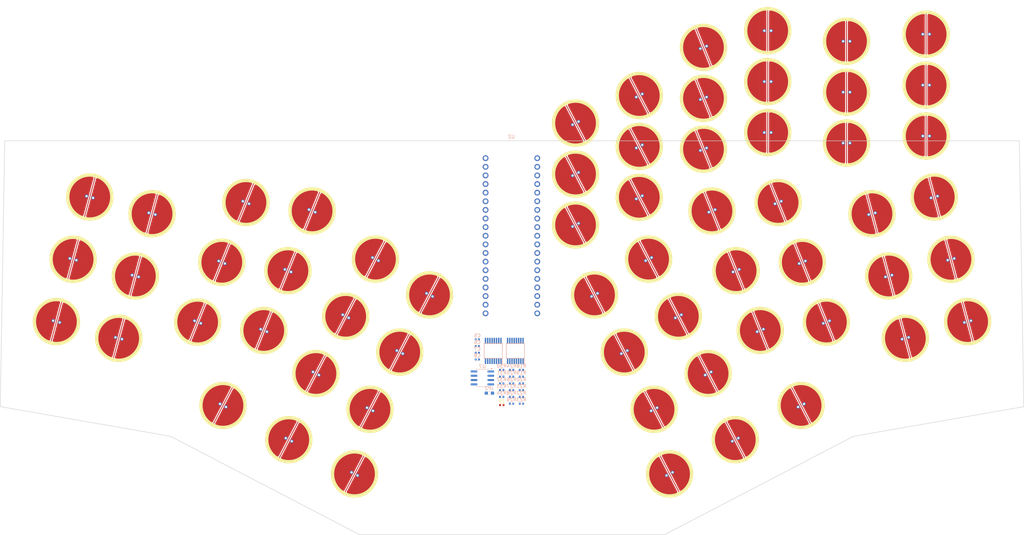
<source format=kicad_pcb>
(kicad_pcb (version 20240108) (generator "pcbnew") (generator_version "8.0")
  (title_block (title "toprebox_prototype") (rev "v1.0.0") (company "Unknown"))
  (layers (0 "F.Cu" signal) (31 "B.Cu" signal) (34 "B.Paste" user) (35 "F.Paste" user) (36 "B.SilkS" user "B.Silkscreen") (37 "F.SilkS" user "F.Silkscreen") (38 "B.Mask" user) (39 "F.Mask" user) (44 "Edge.Cuts" user))
  (net 0 "")
  (net 1 "outerpinky_bottom")
  (net 2 "outerpinky_home")
  (net 3 "outerpinky_top")
  (net 4 "pinky_bottom")
  (net 5 "pinky_home")
  (net 6 "pinky_top")
  (net 7 "ring_bottom")
  (net 8 "ring_home")
  (net 9 "ring_top")
  (net 10 "middle_bottom")
  (net 11 "middle_home")
  (net 12 "middle_top")
  (net 13 "index_bottom")
  (net 14 "index_home")
  (net 15 "index_top")
  (net 16 "inner_bottom")
  (net 17 "inner_home")
  (net 18 "inner_top")
  (net 19 "Net-(U6-A4)")
  (net 20 "Net-(SW_EC12-Pad1)")
  (net 21 "Net-(SW_EC34-Pad2)")
  (net 22 "GND")
  (net 23 "+3V3")
  (net 24 "APLEX_OUT_PIN_0")
  (net 25 "Net-(JP2-B)")
  (net 26 "ADC")
  (net 27 "Net-(U5-A0)")
  (net 28 "Net-(U5-A1)")
  (net 29 "Net-(U5-A2)")
  (net 30 "Net-(U5-A3)")
  (net 31 "Net-(U6-A0)")
  (net 32 "Net-(U5-A4)")
  (net 33 "Net-(U6-A1)")
  (net 34 "Net-(U5-A5)")
  (net 35 "Net-(U6-A2)")
  (net 36 "Net-(U5-A6)")
  (net 37 "Net-(U6-A3)")
  (net 38 "Net-(U5-A7)")
  (net 39 "Net-(U6-A5)")
  (net 40 "Net-(U6-A6)")
  (net 41 "Net-(U6-A7)")
  (net 42 "Net-(SW_EC1-Pad1)")
  (net 43 "Net-(SW_EC1-Pad2)")
  (net 44 "Net-(SW_EC11-Pad1)")
  (net 45 "Net-(SW_EC37-Pad2)")
  (net 46 "Net-(SW_EC4-Pad2)")
  (net 47 "Net-(SW_EC7-Pad2)")
  (net 48 "Net-(SW_EC10-Pad2)")
  (net 49 "Net-(SW_EC13-Pad2)")
  (net 50 "Net-(SW_EC16-Pad2)")
  (net 51 "Net-(SW_EC19-Pad1)")
  (net 52 "Net-(SW_EC22-Pad2)")
  (net 53 "Net-(SW_EC25-Pad2)")
  (net 54 "Net-(SW_EC28-Pad2)")
  (net 55 "Net-(SW_EC31-Pad2)")
  (net 94 "AMUX_SEL_1")
  (net 95 "AMUX_SEL_0")
  (net 96 "AMUX_SEL_2")
  (net 97 "APLEX_EN_PIN_0")
  (net 98 "APLEX_EN_PIN_1")
  (footprint "Resistor_SMD:R_0402_1005Metric" (layer "F.Cu") (at 131.2525 24.60625)
    (property "Reference" "R1")
    (property "Value" "100k")
  )
  (footprint "footprints:Topre" (layer "B.Cu") (at 171.77 -51.62 -152.5)
    (property "Reference" "SW_EC26" (hide yes))
    (property "Value" "Topre" (hide yes))
  )
  (footprint "footprints:Topre" (layer "B.Cu") (at 190.69 -65.8 -158)
    (property "Reference" "SW_EC29" (hide yes))
    (property "Value" "Topre" (hide yes))
  )
  (footprint "footprints:Topre" (layer "B.Cu") (at 152.99 -58.48 -152.5)
    (property "Reference" "SW_EC22" (hide yes))
    (property "Value" "Topre" (hide yes))
  )
  (footprint "footprints:Topre" (layer "B.Cu") (at 76.481933 15.300221 152.5)
    (property "Reference" "SW_EC15" (hide yes))
    (property "Value" "Topre" (hide yes))
  )
  (footprint "Resistor_SMD:R_0402_1005Metric" (layer "B.Cu") (at 137.04131 20.21166 180)
    (property "Reference" "R21")
    (property "Value" "100k")
  )
  (footprint "footprints:Topre" (layer "B.Cu") (at 49.089346 24.715564 152.5)
    (property "Reference" "SW_EC19" (hide yes))
    (property "Value" "Topre" (hide yes))
  )
  (footprint "footprints:Topre" (layer "B.Cu") (at 212.684802 -35.095 -158)
    (property "Reference" "S9" (hide yes))
    (property "Value" "" (hide yes))
  )
  (footprint "footprints:Topre" (layer "B.Cu") (at 28.187714 -31.78762 165)
    (property "Reference" "SW_EC4" (hide yes))
    (property "Value" "Topre" (hide yes))
  )
  (footprint "Package_SO:SOIC-8_3.9x4.9mm_P1.27mm" (layer "B.Cu") (at 125.54131 16.60166 180)
    (property "Reference" "U7")
    (property "Value" "OPA350")
  )
  (footprint "footprints:Topre" (layer "B.Cu") (at 171.77 -66.62 -152.5)
    (property "Reference" "SW_EC25" (hide yes))
    (property "Value" "Topre" (hide yes))
  )
  (footprint "footprints:Topre" (layer "B.Cu") (at 0 0 165)
    (property "Reference" "SW_EC3" (hide yes))
    (property "Value" "Topre" (hide yes))
  )
  (footprint "footprints:Topre" (layer "B.Cu") (at 193.195276 -32.613394 -158)
    (property "Reference" "S12" (hide yes))
    (property "Value" "" (hide yes))
  )
  (footprint "Resistor_SMD:R_0402_1005Metric" (layer "B.Cu") (at 137.04131 16.23166 180)
    (property "Reference" "R19")
    (property "Value" "100k")
  )
  (footprint "footprints:Topre" (layer "B.Cu") (at 232.85 -52.61 180)
    (property "Reference" "SW_EC35" (hide yes))
    (property "Value" "Topre" (hide yes))
  )
  (footprint "footprints:Topre" (layer "B.Cu") (at 258.708282 -36.705182 -165)
    (property "Reference" "S3" (hide yes))
    (property "Value" "" (hide yes))
  )
  (footprint "footprints:Topre" (layer "B.Cu") (at 256.31 -69.69 180)
    (property "Reference" "SW_EC41" (hide yes))
    (property "Value" "Topre" (hide yes))
  )
  (footprint "footprints:TSSOP16" (layer "B.Cu") (at 135.24 8.64 180)
    (property "Reference" "U5")
    (property "Value" "74HC4051")
  )
  (footprint "footprints:Topre" (layer "B.Cu") (at 87.85172 44.893978 152.5)
    (property "Reference" "SW_EC21" (hide yes))
    (property "Value" "Topre" (hide yes))
  )
  (footprint "footprints:Topre" (layer "B.Cu") (at 101.184865 8.994261 152.5)
    (property "Reference" "SW_EC17" (hide yes))
    (property "Value" "Topre" (hide yes))
  )
  (footprint "footprints:Topre" (layer "B.Cu") (at 68.470533 34.804771 152.5)
    (property "Reference" "SW_EC20" (hide yes))
    (property "Value" "Topre" (hide yes))
  )
  (footprint "Capacitor_SMD:C_0402_1005Metric" (layer "B.Cu") (at 124.04131 7.23166 180)
    (property "Reference" "C6")
    (property "Value" "100n")
  )
  (footprint "footprints:Topre" (layer "B.Cu") (at 176.131764 25.847467 -152.5)
    (property "Reference" "S16" (hide yes))
    (property "Value" "" (hide yes))
  )
  (footprint "footprints:Topre" (layer "B.Cu") (at 174.515025 -18.406191 -152.5)
    (property "Reference" "S15" (hide yes))
    (property "Value" "" (hide yes))
  )
  (footprint "Resistor_SMD:R_0402_1005Metric" (layer "B.Cu") (at 134.13131 18.22166 180)
    (property "Reference" "R26")
    (property "Value" "100k")
  )
  (footprint "footprints:Topre" (layer "B.Cu") (at 256.31 -84.69 180)
    (property "Reference" "SW_EC36" (hide yes))
    (property "Value" "Topre" (hide yes))
  )
  (footprint "Resistor_SMD:R_0402_1005Metric" (layer "B.Cu") (at 134.13131 22.20166 180)
    (property "Reference" "R28")
    (property "Value" "100k")
  )
  (footprint "footprints:Topre" (layer "B.Cu") (at 171.77 -36.62 -152.5)
    (property "Reference" "SW_EC27" (hide yes))
    (property "Value" "Topre" (hide yes))
  )
  (footprint "footprints:Topre" (layer "B.Cu") (at 23.270152 -13.435029 165)
    (property "Reference" "SW_EC5" (hide yes))
    (property "Value" "Topre" (hide yes))
  )
  (footprint "footprints:Topre" (layer "B.Cu") (at 209.62 -85.72 180)
    (property "Reference" "SW_EC31" (hide yes))
    (property "Value" "Topre" (hide yes))
  )
  (footprint "footprints:Topre" (layer "B.Cu") (at 158.585316 -7.858945 -152.5)
    (property "Reference" "S18" (hide yes))
    (property "Value" "" (hide yes))
  )
  (footprint "footprints:Topre" (layer "B.Cu") (at 207.430326 2.619593 -158)
    (property "Reference" "S10" (hide yes))
    (property "Value" "" (hide yes))
  )
  (footprint "Resistor_SMD:R_0402_1005Metric" (layer "B.Cu") (at 137.04131 14.24166 180)
    (property "Reference" "R18")
    (property "Value" "100k")
  )
  (footprint "footprints:Topre" (layer "B.Cu") (at 183.288249 -1.552985 -152.5)
    (property "Reference" "S14" (hide yes))
    (property "Value" "" (hide yes))
  )
  (footprint "footprints:Topre" (layer "B.Cu") (at 240.355691 -31.78762 -165)
    (property "Reference" "S6" (hide yes))
    (property "Value" "" (hide yes))
  )
  (footprint "footprints:Topre" (layer "B.Cu") (at 4.917562 -18.352591 165)
    (property "Reference" "SW_EC2" (hide yes))
    (property "Value" "Topre" (hide yes))
  )
  (footprint "Resistor_SMD:R_0402_1005Metric" (layer "B.Cu") (at 131.22131 16.23166 180)
    (property "Reference" "R31")
    (property "Value" "100k")
  )
  (footprint "footprints:Topre" (layer "B.Cu") (at 190.69 -80.8 -158)
    (property "Reference" "SW_EC28" (hide yes))
    (property "Value" "Topre" (hide yes))
  )
  (footprint "footprints:Topre" (layer "B.Cu") (at 268.543406 0 -165)
    (property "Reference" "S1" (hide yes))
    (property "Value" "" (hide yes))
  )
  (footprint "footprints:Topre" (layer "B.Cu") (at 200.072873 34.804771 -152.5)
    (property "Reference" "SW_EC39" (hide yes))
    (property "Value" "Topre" (hide yes))
  )
  (footprint "footprints:Topre" (layer "B.Cu") (at 167.35854 8.994261 -152.5)
    (property "Reference" "S17" (hide yes))
    (property "Value" "" (hide yes))
  )
  (footprint "footprints:Topre" (layer "B.Cu") (at 263.625844 -18.352591 -165)
    (property "Reference" "S2" (hide yes))
    (property "Value" "" (hide yes))
  )
  (footprint "Resistor_SMD:R_0603_1608Metric_Pad0.98x0.95mm_HandSolder" (layer "B.Cu") (at 127.59131 21.08166 180)
    (property "Reference" "JP2")
    (property "Value" "Ext_Res")
  )
  (footprint "footprints:Topre" (layer "B.Cu") (at 48.741078 -17.478507 158)
    (property "Reference" "SW_EC8" (hide yes))
    (property "Value" "Topre" (hide yes))
  )
  (footprint "footprints:Topre" (layer "B.Cu") (at 200.312801 -14.9969 -158)
    (property "Reference" "S11" (hide yes))
    (property "Value" "" (hide yes))
  )
  (footprint "footprints:Topre" (layer "B.Cu") (at 85.255157 -1.552985 152.5)
    (property "Reference" "SW_EC14" (hide yes))
    (property "Value" "Topre" (hide yes))
  )
  (footprint "footprints:Topre" (layer "B.Cu") (at 68.230605 -14.9969 158)
    (property "Reference" "SW_EC11" (hide yes))
    (property "Value" "Topre" (hide yes))
  )
  (footprint "footprints:Topre" (layer "B.Cu") (at 256.31 -54.69 180)
    (property "Reference" "SW_EC37" (hide yes))
    (property "Value" "Topre" (hide yes))
  )
  (footprint "footprints:Topre" (layer "B.Cu") (at 209.62 -55.72 180)
    (property "Reference" "SW_EC33" (hide yes))
    (property "Value" "Topre" (hide yes))
  )
  (footprint "footprints:Topre" (layer "B.Cu") (at 55.858604 -35.095 158)
    (property "Reference" "SW_EC7" (hide yes))
    (property "Value" "Topre" (hide yes))
  )
  (footprint "footprints:Topre" (layer "B.Cu") (at 61.11308 2.619593 158)
    (property "Reference" "SW_EC12" (hide yes))
    (property "Value" "Topre" (hide yes))
  )
  (footprint "footprints:Topre" (layer "B.Cu") (at 232.85 -82.61 180)
    (property "Reference" "SW_EC40" (hide yes))
    (property "Value" "Topre" (hide yes))
  )
  (footprint "Resistor_SMD:R_0402_1005Metric" (layer "B.Cu") (at 134.13131 24.19166 180)
    (property "Reference" "R29")
    (property "Value" "100k")
  )
  (footprint "footprints:Topre" (layer "B.Cu") (at 18.35259 4.917562 165)
    (property "Reference" "SW_EC6" (hide yes))
    (property "Value" "Topre" (hide yes))
  )
  (footprint "Resistor_SMD:R_0402_1005Metric" (layer "B.Cu") (at 134.13131 14.24166 180)
    (property "Reference" "R24")
    (property "Value" "100k")
  )
  (footprint "footprints:Topre" (layer "B.Cu") (at 245.273253 -13.435029 -165)
    (property "Reference" "S5" (hide yes))
    (property "Value" "" (hide yes))
  )
  (footprint "footprints:Topre" (layer "B.Cu") (at 75.34813 -32.613394 158)
    (property "Reference" "SW_EC10" (hide yes))
    (property "Value" "Topre" (hide yes))
  )
  (footprint "footprints:Topre" (layer "B.Cu") (at 92.411642 25.847467 152.5)
    (property "Reference" "SW_EC18" (hide yes))
    (property "Value" "Topre" (hide yes))
  )
  (footprint "footprints:TSSOP16" (layer "B.Cu") (at 128.7286 8.64 180)
    (property "Reference" "U6")
    (property "Value" "74HC4051")
  )
  (footprint "footprints:Topre" (layer "B.Cu") (at 219.802327 -17.478507 -158)
    (property "Reference" "S8" (hide yes))
    (property "Value" "" (hide yes))
  )
  (footprint "footprints:Topre" (layer "B.Cu") (at 226.919852 0.137987 -158)
    (property "Reference" "S7" (hide yes))
    (property "Value" "" (hide yes))
  )
  (footprint "Resistor_SMD:R_0402_1005Metric" (layer "B.Cu") (at 131.22131 20.21166 180)
    (property "Reference" "R33")
    (property "Value" "1k")
  )
  (footprint "Capacitor_SMD:C_0402_1005Metric" (layer "B.Cu") (at 124.04131 11.17166 180)
    (property "Reference" "C8")
    (property "Value" "100n")
  )
  (footprint "footprints:Topre" (layer "B.Cu") (at 9.835123 -36.705182 165)
    (property "Reference" "SW_EC1" (hide yes))
    (property "Value" "Topre" (hide yes))
  )
  (footprint "footprints:Topre" (layer "B.Cu") (at 94.028381 -18.406191 152.5)
    (property "Reference" "SW_EC13" (hide yes))
    (property "Value" "Topre" (hide yes))
  )
  (footprint "footprints:Topre" (layer "B.Cu") (at 152.99 -28.48 -152.5)
    (property "Reference" "SW_EC24" (hide yes))
    (property "Value" "Topre" (hide yes))
  )
  (footprint "Resistor_SMD:R_0402_1005Metric" (layer "B.Cu") (at 131.22131 22.20166 180)
    (property "Reference" "R34")
    (property "Value" "100k")
  )
  (footprint "footprints:Topre" (layer "B.Cu") (at 209.62 -70.72 180)
    (property "Reference" "SW_EC32" (hide yes))
    (property "Value" "Topre" (hide yes))
  )
  (footprint "footprints:Topre" (layer "B.Cu") (at 109.958089 -7.858945 152.5)
    (property "Reference" "SW_EC16" (hide yes))
    (property "Value" "Topre" (hide yes))
  )
  (footprint "footprints:Topre" (layer "B.Cu") (at 250.190815 4.917562 -165)
    (property "Reference" "S4" (hide yes))
    (property "Value" "" (hide yes))
  )
  (footprint "Resistor_SMD:R_0402_1005Metric" (layer "B.Cu") (at 134.13131 16.23166 180)
    (property "Reference" "R25")
    (property "Value" "100k")
  )
  (footprint "Resistor_SMD:R_0402_1005Metric" (layer "B.Cu") (at 131.22131 18.22166 180)
    (property "Reference" "R32")
    (property "Value" "100k")
  )
  (footprint "Resistor_SMD:R_0402_1005Metric" (layer "B.Cu") (at 134.13131 20.21166 180)
    (property "Reference" "R27")
    (property "Value" "100k")
  )
  (footprint "footprints:Topre" (layer "B.Cu") (at 152.99 -43.48 -152.5)
    (property "Reference" "SW_EC23" (hide yes))
    (property "Value" "Topre" (hide yes))
  )
  (footprint "Resistor_SMD:R_0402_1005Metric" (layer "B.Cu") (at 137.04131 18.22166 180)
    (property "Reference" "R20")
    (property "Value" "100k")
  )
  (footprint "Capacitor_SMD:C_0402_1005Metric" (layer "B.Cu") (at 124.04131 5.26166 180)
    (property "Reference" "C5")
    (property "Value" "100n")
  )
  (footprint "Resistor_SMD:R_0402_1005Metric" (layer "B.Cu") (at 137.04131 22.20166 180)
    (property "Reference" "R22")
    (property "Value" "100k")
  )
  (footprint "footprints:Topre" (layer "B.Cu") (at 219.454059 24.715564 -152.5)
    (property "Reference" "SW_EC42" (hide yes))
    (property "Value" "Topre" (hide yes))
  )
  (footprint "footprints:Topre" (layer "B.Cu") (at 190.69 -50.8 -158)
    (property "Reference" "SW_EC30" (hide yes))
    (property "Value" "Topre" (hide yes))
  )
  (footprint "footprints:Topre" (layer "B.Cu") (at 180.691686 44.893978 -152.5)
    (property "Reference" "SW_EC38" (hide yes))
    (property "Value" "Topre" (hide yes))
  )
  (footprint "Capacitor_SMD:C_0402_1005Metric" (layer "B.Cu") (at 124.04131 9.20166 180)
    (property "Reference" "C7")
    (property "Value" "220p")
  )
  (footprint "Resistor_SMD:R_0402_1005Metric" (layer "B.Cu") (at 131.22131 14.24166 180)
    (property "Reference" "R30")
    (property "Value" "100k")
  )
  (footprint "footprints:Topre" (layer "B.Cu") (at 232.85 -67.61 180)
    (property "Reference" "SW_EC34" (hide yes))
    (property "Value" "Topre" (hide yes))
  )
  (footprint "footprints:Topre" (layer "B.Cu") (at 41.623553 0.137987 158)
    (property "Reference" "SW_EC9" (hide yes))
    (property "Value" "Topre" (hide yes))
  )
  (footprint "footprints:WeAct_BlackPill_without_SWD_First_Row" (layer "B.Cu") (at 141.71 -50.69 180)
    (property "Reference" "U2")
    (property "Value" "BlackPill_STLINK" (hide yes))
  )
  (footprint "footprints:Topre" (layer "B.Cu") (at 192.061472 15.300221 -152.5)
    (property "Reference" "S13" (hide yes))
    (property "Value" "" (hide yes))
  )
  (footprint "Resistor_SMD:R_0402_1005Metric" (layer "B.Cu") (at 137.04131 24.19166 180)
    (property "Reference" "R23")
    (property "Value" "100k")
  )
  (gr_line (start 179.283662 62.763155) (end 89.259744 62.763155) (stroke (width 0.15)) (layer "Edge.Cuts"))
  (gr_line (start -16.552638 25.070105) (end -15.234981 -53.25782) (stroke (width 0.15)) (layer "Edge.Cuts"))
  (gr_line (start 234.899242 33.811517) (end 179.283662 62.763155) (stroke (width 0.15)) (layer "Edge.Cuts"))
  (gr_line (start 33.644165 33.811517) (end -16.552638 25.070105) (stroke (width 0.15)) (layer "Edge.Cuts"))
  (gr_line (start 89.259744 62.763155) (end 33.644165 33.811517) (stroke (width 0.15)) (layer "Edge.Cuts"))
  (gr_line (start 285.096045 25.070105) (end 234.899242 33.811517) (stroke (width 0.15)) (layer "Edge.Cuts"))
  (gr_line (start -15.234981 -53.25782) (end 283.778388 -53.25782) (stroke (width 0.15)) (layer "Edge.Cuts"))
  (gr_line (start 283.778388 -53.25782) (end 285.096045 25.070105) (stroke (width 0.15)) (layer "Edge.Cuts"))
)
</source>
